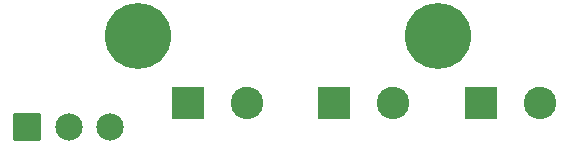
<source format=gbr>
%TF.GenerationSoftware,KiCad,Pcbnew,8.0.8*%
%TF.CreationDate,2025-03-09T17:21:17+01:00*%
%TF.ProjectId,02-PWM_switch,30322d50-574d-45f7-9377-697463682e6b,rev?*%
%TF.SameCoordinates,Original*%
%TF.FileFunction,Soldermask,Top*%
%TF.FilePolarity,Negative*%
%FSLAX46Y46*%
G04 Gerber Fmt 4.6, Leading zero omitted, Abs format (unit mm)*
G04 Created by KiCad (PCBNEW 8.0.8) date 2025-03-09 17:21:17*
%MOMM*%
%LPD*%
G01*
G04 APERTURE LIST*
G04 Aperture macros list*
%AMRoundRect*
0 Rectangle with rounded corners*
0 $1 Rounding radius*
0 $2 $3 $4 $5 $6 $7 $8 $9 X,Y pos of 4 corners*
0 Add a 4 corners polygon primitive as box body*
4,1,4,$2,$3,$4,$5,$6,$7,$8,$9,$2,$3,0*
0 Add four circle primitives for the rounded corners*
1,1,$1+$1,$2,$3*
1,1,$1+$1,$4,$5*
1,1,$1+$1,$6,$7*
1,1,$1+$1,$8,$9*
0 Add four rect primitives between the rounded corners*
20,1,$1+$1,$2,$3,$4,$5,0*
20,1,$1+$1,$4,$5,$6,$7,0*
20,1,$1+$1,$6,$7,$8,$9,0*
20,1,$1+$1,$8,$9,$2,$3,0*%
G04 Aperture macros list end*
%ADD10RoundRect,0.102000X-1.275000X-1.275000X1.275000X-1.275000X1.275000X1.275000X-1.275000X1.275000X0*%
%ADD11C,2.754000*%
%ADD12RoundRect,0.102000X-1.050000X-1.050000X1.050000X-1.050000X1.050000X1.050000X-1.050000X1.050000X0*%
%ADD13C,2.304000*%
%ADD14C,5.600000*%
G04 APERTURE END LIST*
D10*
%TO.C,J3*%
X182000000Y-132700000D03*
D11*
X187000000Y-132700000D03*
%TD*%
D12*
%TO.C,J2*%
X168397500Y-134700000D03*
D13*
X171897500Y-134700000D03*
X175397500Y-134700000D03*
%TD*%
D10*
%TO.C,J4*%
X194400000Y-132700000D03*
D11*
X199400000Y-132700000D03*
%TD*%
D10*
%TO.C,J1*%
X206800000Y-132700000D03*
D11*
X211800000Y-132700000D03*
%TD*%
D14*
%TO.C,H4*%
X203200000Y-127000000D03*
%TD*%
%TO.C,H2*%
X177800000Y-127000000D03*
%TD*%
M02*

</source>
